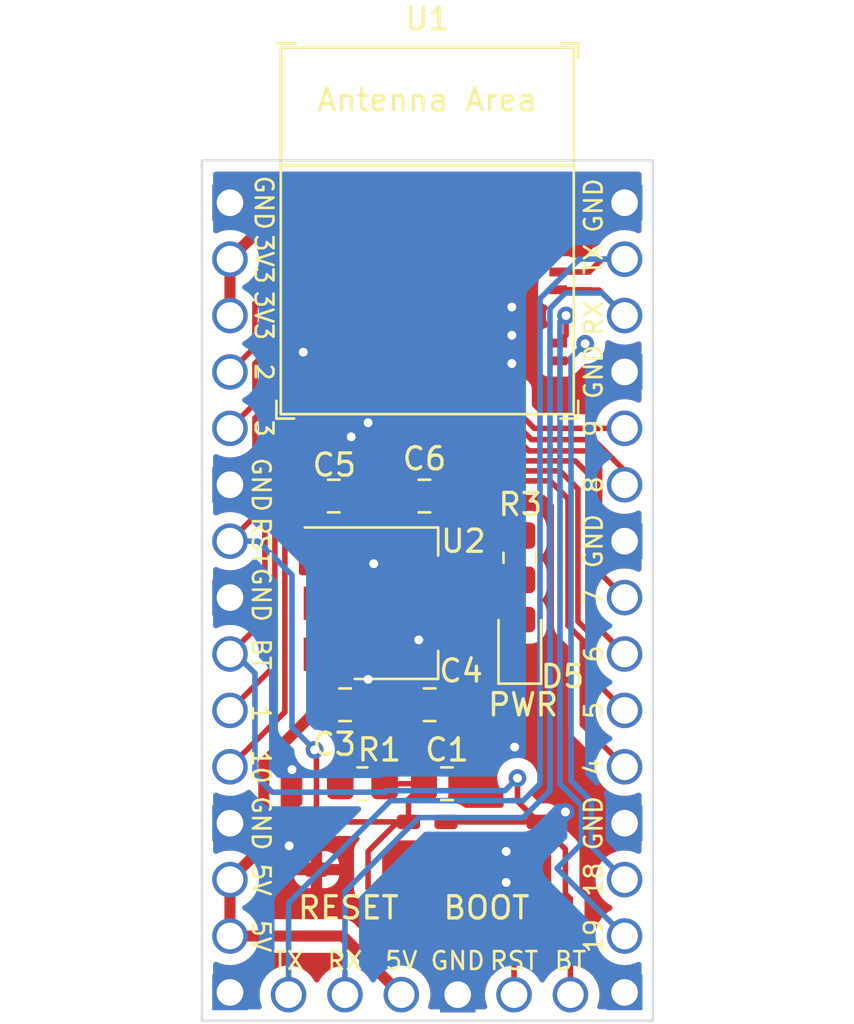
<source format=kicad_pcb>
(kicad_pcb (version 20211014) (generator pcbnew)
  (layers (0 "F.Cu" signal) (31 "B.Cu" signal) (34 "B.Paste" user) (35 "F.Paste" user) (36 "B.SilkS" user "B.Silkscreen") (37 "F.SilkS" user "F.Silkscreen") (38 "B.Mask" user) (39 "F.Mask" user) (44 "Edge.Cuts" user))
  (net 0 "")
  (net 1 "CHIP_PU")
  (net 2 "GND")
  (net 3 "+5V")
  (net 4 "+3V3")
  (net 5 "Net-(D5-Pad2)")
  (net 6 "GPIO2")
  (net 7 "GPIO3")
  (net 8 "GPIO0")
  (net 9 "GPIO1")
  (net 10 "GPIO10")
  (net 11 "U0TXD")
  (net 12 "U0RXD")
  (net 13 "GPIO9")
  (net 14 "GPIO8")
  (net 15 "GPIO7")
  (net 16 "GPIO6")
  (net 17 "GPIO5")
  (net 18 "GPIO4")
  (net 19 "GPIO18")
  (net 20 "GPIO19")
  (footprint "Resistor_SMD:R_0805_2012Metric_Pad1.20x1.40mm_HandSolder" (layer "F.Cu") (at 96.139 112.522 180)
    (fp_text reference "R1" (at -0.762 1.524) (layer "F.SilkS"))
    (fp_text value "10k")
    (fp_line (start -0.227064 -0.735) (end 0.227064 -0.735) (layer "F.SilkS") (width 0.12))
    (fp_line (start -0.227064 0.735) (end 0.227064 0.735) (layer "F.SilkS") (width 0.12))
    (pad "1" smd roundrect (at -1 0 180) (size 1.2 1.4) (layers "F.Cu" "F.Paste" "F.Mask") (roundrect_rratio 0.208333) (net 1 "CHIP_PU"))
    (pad "2" smd roundrect (at 1 0 180) (size 1.2 1.4) (layers "F.Cu" "F.Paste" "F.Mask") (roundrect_rratio 0.208333) (net 4 "+3V3"))
  )
  (footprint "Capacitor_SMD:C_0805_2012Metric_Pad1.18x1.45mm_HandSolder" (layer "F.Cu") (at 94.8475 99.568 180)
    (fp_text reference "C5" (at -0.0215 1.397) (layer "F.SilkS"))
    (fp_text value "10u")
    (fp_line (start -0.261252 -0.735) (end 0.261252 -0.735) (layer "F.SilkS") (width 0.12))
    (fp_line (start -0.261252 0.735) (end 0.261252 0.735) (layer "F.SilkS") (width 0.12))
    (pad "1" smd roundrect (at -1.0375 0 180) (size 1.175 1.45) (layers "F.Cu" "F.Paste" "F.Mask") (roundrect_rratio 0.212766) (net 4 "+3V3"))
    (pad "2" smd roundrect (at 1.0375 0 180) (size 1.175 1.45) (layers "F.Cu" "F.Paste" "F.Mask") (roundrect_rratio 0.212766) (net 2 "GND"))
  )
  (footprint "Capacitor_SMD:C_0805_2012Metric_Pad1.18x1.45mm_HandSolder" (layer "F.Cu") (at 99.1655 108.966)
    (fp_text reference "C4" (at 1.4185 -1.524) (layer "F.SilkS"))
    (fp_text value "100n")
    (fp_line (start -0.261252 0.735) (end 0.261252 0.735) (layer "F.SilkS") (width 0.12))
    (fp_line (start -0.261252 -0.735) (end 0.261252 -0.735) (layer "F.SilkS") (width 0.12))
    (pad "1" smd roundrect (at -1.0375 0) (size 1.175 1.45) (layers "F.Cu" "F.Paste" "F.Mask") (roundrect_rratio 0.212766) (net 3 "+5V"))
    (pad "2" smd roundrect (at 1.0375 0) (size 1.175 1.45) (layers "F.Cu" "F.Paste" "F.Mask") (roundrect_rratio 0.212766) (net 2 "GND"))
  )
  (footprint "esp32-dev-boards:ESP32-C3-MINI-1" (layer "F.Cu") (at 99.06 90.28)
    (fp_text reference "U1" (at 0 -12.2) (layer "F.SilkS"))
    (fp_text value "ESP32-C3-MINI-1")
    (fp_text user "Antenna Area" (at 0 -8.55) (layer "F.SilkS"))
    (fp_line (start -6.6 -10.9) (end 6.6 -10.9) (layer "F.SilkS") (width 0.12))
    (fp_line (start 6.8 5) (end 6.8 5.8) (layer "F.SilkS") (width 0.12))
    (fp_line (start -6.8 5.8) (end -6 5.8) (layer "F.SilkS") (width 0.12))
    (fp_line (start -6.8 5) (end -6.8 5.8) (layer "F.SilkS") (width 0.12))
    (fp_line (start 6.6 5.6) (end -6.6 5.6) (layer "F.SilkS") (width 0.12))
    (fp_line (start 6.8 -11.1) (end 6.8 -10.45) (layer "F.SilkS") (width 0.12))
    (fp_line (start -5.925 -11.1) (end -6.775 -11.1) (layer "F.SilkS") (width 0.12))
    (fp_line (start 6.05 -11.1) (end 6.8 -11.1) (layer "F.SilkS") (width 0.12))
    (fp_line (start -6.6 5.6) (end -6.6 -10.9) (layer "F.SilkS") (width 0.12))
    (fp_line (start 6.8 5.8) (end 6 5.8) (layer "F.SilkS") (width 0.12))
    (fp_line (start 6.6 -10.9) (end 6.6 5.6) (layer "F.SilkS") (width 0.12))
    (fp_line (start -6.6 -5.6) (end 6.6 -5.6) (layer "F.SilkS") (width 0.12))
    (pad "1" smd rect (at -5.9 -4 90) (size 0.4 0.8) (layers "F.Cu" "F.Paste" "F.Mask") (net 2 "GND"))
    (pad "2" smd rect (at -5.9 -3.2 90) (size 0.4 0.8) (layers "F.Cu" "F.Paste" "F.Mask") (net 2 "GND"))
    (pad "3" smd rect (at -5.9 -2.4 90) (size 0.4 0.8) (layers "F.Cu" "F.Paste" "F.Mask") (net 4 "+3V3"))
    (pad "5" smd rect (at -5.9 -0.8 90) (size 0.4 0.8) (layers "F.Cu" "F.Paste" "F.Mask") (net 6 "GPIO2"))
    (pad "6" smd rect (at -5.9 0 90) (size 0.4 0.8) (layers "F.Cu" "F.Paste" "F.Mask") (net 7 "GPIO3"))
    (pad "8" smd rect (at -5.9 1.6 90) (size 0.4 0.8) (layers "F.Cu" "F.Paste" "F.Mask") (net 1 "CHIP_PU"))
    (pad "11" smd rect (at -5.9 4 90) (size 0.4 0.8) (layers "F.Cu" "F.Paste" "F.Mask") (net 2 "GND"))
    (pad "12" smd rect (at -4.8 4.9) (size 0.4 0.8) (layers "F.Cu" "F.Paste" "F.Mask") (net 8 "GPIO0"))
    (pad "13" smd rect (at -4 4.9) (size 0.4 0.8) (layers "F.Cu" "F.Paste" "F.Mask") (net 9 "GPIO1"))
    (pad "14" smd rect (at -3.2 4.9) (size 0.4 0.8) (layers "F.Cu" "F.Paste" "F.Mask") (net 2 "GND"))
    (pad "16" smd rect (at -1.6 4.9) (size 0.4 0.8) (layers "F.Cu" "F.Paste" "F.Mask") (net 10 "GPIO10"))
    (pad "18" smd rect (at 0 4.9) (size 0.4 0.8) (layers "F.Cu" "F.Paste" "F.Mask") (net 18 "GPIO4"))
    (pad "19" smd rect (at 0.8 4.9) (size 0.4 0.8) (layers "F.Cu" "F.Paste" "F.Mask") (net 17 "GPIO5"))
    (pad "20" smd rect (at 1.6 4.9) (size 0.4 0.8) (layers "F.Cu" "F.Paste" "F.Mask") (net 16 "GPIO6"))
    (pad "21" smd rect (at 2.4 4.9) (size 0.4 0.8) (layers "F.Cu" "F.Paste" "F.Mask") (net 15 "GPIO7"))
    (pad "22" smd rect (at 3.2 4.9) (size 0.4 0.8) (layers "F.Cu" "F.Paste" "F.Mask") (net 14 "GPIO8"))
    (pad "23" smd rect (at 4 4.9) (size 0.4 0.8) (layers "F.Cu" "F.Paste" "F.Mask") (net 13 "GPIO9"))
    (pad "26" smd rect (at 5.9 3.2 90) (size 0.4 0.8) (layers "F.Cu" "F.Paste" "F.Mask") (net 19 "GPIO18"))
    (pad "27" smd rect (at 5.9 2.4 90) (size 0.4 0.8) (layers "F.Cu" "F.Paste" "F.Mask") (net 20 "GPIO19"))
    (pad "30" smd rect (at 5.9 0 90) (size 0.4 0.8) (layers "F.Cu" "F.Paste" "F.Mask") (net 12 "U0RXD"))
    (pad "31" smd rect (at 5.9 -0.8 90) (size 0.4 0.8) (layers "F.Cu" "F.Paste" "F.Mask") (net 11 "U0TXD"))
    (pad "36" smd rect (at 1.975 -1.975 90) (size 1.45 1.45) (layers "F.Cu" "F.Paste" "F.Mask") (net 2 "GND"))
    (pad "36" smd custom (at -1.975 -1.975) (size 0.8 0.8) (layers "F.Cu" "F.Paste" "F.Mask") (net 2 "GND") (options (clearance outline) (anchor rect)) (primitives (gr_poly (pts (xy 0.725 0.725) (xy -0.725 0.725) (xy -0.725 -0.125) (xy -0.125 -0.725) (xy 0.725 -0.725)) (width 0) (fill yes))))
    (pad "36" smd rect (at 0 -1.975 90) (size 1.45 1.45) (layers "F.Cu" "F.Paste" "F.Mask") (net 2 "GND"))
    (pad "36" smd rect (at 5.95 4.95 90) (size 0.7 0.7) (layers "F.Cu" "F.Paste" "F.Mask") (net 2 "GND"))
    (pad "36" smd rect (at 0.8 -4.9) (size 0.4 0.8) (layers "F.Cu" "F.Paste" "F.Mask") (net 2 "GND"))
    (pad "36" smd rect (at 1.975 0 90) (size 1.45 1.45) (layers "F.Cu" "F.Paste" "F.Mask") (net 2 "GND"))
    (pad "36" smd rect (at 1.6 -4.9) (size 0.4 0.8) (layers "F.Cu" "F.Paste" "F.Mask") (net 2 "GND"))
    (pad "36" smd rect (at -5.95 4.95 90) (size 0.7 0.7) (layers "F.Cu" "F.Paste" "F.Mask") (net 2 "GND"))
    (pad "36" smd rect (at 0 -4.9) (size 0.4 0.8) (layers "F.Cu" "F.Paste" "F.Mask") (net 2 "GND"))
    (pad "36" smd rect (at -2.4 -4.9) (size 0.4 0.8) (layers "F.Cu" "F.Paste" "F.Mask") (net 2 "GND"))
    (pad "36" smd rect (at 0 0 90) (size 1.45 1.45) (layers "F.Cu" "F.Paste" "F.Mask") (net 2 "GND"))
    (pad "36" smd rect (at 4.8 -4.9) (size 0.4 0.8) (layers "F.Cu" "F.Paste" "F.Mask") (net 2 "GND"))
    (pad "36" smd rect (at -0.8 -4.9) (size 0.4 0.8) (layers "F.Cu" "F.Paste" "F.Mask") (net 2 "GND"))
    (pad "36" smd rect (at -1.975 0 90) (size 1.45 1.45) (layers "F.Cu" "F.Paste" "F.Mask") (net 2 "GND"))
    (pad "36" smd rect (at 0 1.975 90) (size 1.45 1.45) (layers "F.Cu" "F.Paste" "F.Mask") (net 2 "GND"))
    (pad "36" smd rect (at 2.4 -4.9) (size 0.4 0.8) (layers "F.Cu" "F.Paste" "F.Mask") (net 2 "GND"))
    (pad "36" smd rect (at -1.6 -4.9) (size 0.4 0.8) (layers "F.Cu" "F.Paste" "F.Mask") (net 2 "GND"))
    (pad "36" smd rect (at 5.95 -4.95 90) (size 0.7 0.7) (layers "F.Cu" "F.Paste" "F.Mask") (net 2 "GND"))
    (pad "36" smd rect (at -1.975 1.975 90) (size 1.45 1.45) (layers "F.Cu" "F.Paste" "F.Mask") (net 2 "GND"))
    (pad "36" smd rect (at -4.8 -4.9) (size 0.4 0.8) (layers "F.Cu" "F.Paste" "F.Mask") (net 2 "GND"))
    (pad "36" smd rect (at -5.95 -4.95 90) (size 0.7 0.7) (layers "F.Cu" "F.Paste" "F.Mask") (net 2 "GND"))
    (pad "36" smd rect (at 3.2 -4.9) (size 0.4 0.8) (layers "F.Cu" "F.Paste" "F.Mask") (net 2 "GND"))
    (pad "36" smd rect (at -3.2 -4.9) (size 0.4 0.8) (layers "F.Cu" "F.Paste" "F.Mask") (net 2 "GND"))
    (pad "36" smd rect (at 1.975 1.975 90) (size 1.45 1.45) (layers "F.Cu" "F.Paste" "F.Mask") (net 2 "GND"))
    (pad "36" smd rect (at 4 -4.9) (size 0.4 0.8) (layers "F.Cu" "F.Paste" "F.Mask") (net 2 "GND"))
    (pad "36" smd rect (at -4 -4.9) (size 0.4 0.8) (layers "F.Cu" "F.Paste" "F.Mask") (net 2 "GND"))
  )
  (footprint "Capacitor_SMD:C_0805_2012Metric_Pad1.18x1.45mm_HandSolder" (layer "F.Cu") (at 95.3555 108.966)
    (fp_text reference "C3" (at -0.4865 1.778) (layer "F.SilkS"))
    (fp_text value "10u")
    (fp_line (start -0.261252 0.735) (end 0.261252 0.735) (layer "F.SilkS") (width 0.12))
    (fp_line (start -0.261252 -0.735) (end 0.261252 -0.735) (layer "F.SilkS") (width 0.12))
    (pad "1" smd roundrect (at -1.0375 0) (size 1.175 1.45) (layers "F.Cu" "F.Paste" "F.Mask") (roundrect_rratio 0.212766) (net 3 "+5V"))
    (pad "2" smd roundrect (at 1.0375 0) (size 1.175 1.45) (layers "F.Cu" "F.Paste" "F.Mask") (roundrect_rratio 0.212766) (net 2 "GND"))
  )
  (footprint "Capacitor_SMD:C_0805_2012Metric_Pad1.18x1.45mm_HandSolder" (layer "F.Cu") (at 99.949 112.522)
    (fp_text reference "C1" (at 0 -1.524) (layer "F.SilkS"))
    (fp_text value "1u")
    (fp_line (start -0.261252 -0.735) (end 0.261252 -0.735) (layer "F.SilkS") (width 0.12))
    (fp_line (start -0.261252 0.735) (end 0.261252 0.735) (layer "F.SilkS") (width 0.12))
    (pad "1" smd roundrect (at -1.0375 0) (size 1.175 1.45) (layers "F.Cu" "F.Paste" "F.Mask") (roundrect_rratio 0.212766) (net 1 "CHIP_PU"))
    (pad "2" smd roundrect (at 1.0375 0) (size 1.175 1.45) (layers "F.Cu" "F.Paste" "F.Mask") (roundrect_rratio 0.212766) (net 2 "GND"))
  )
  (footprint "esp32-dev-boards:ESP32-C3-DEVKITM-J2" (layer "F.Cu") (at 106.68 85.09)
    (fp_text reference "J2")
    (fp_text value "ESP32-C3-DEVKITM-1-J2")
    (pad "1" thru_hole rect (at 1.27 1.27) (size 1.6 1.6) (drill 1.2) (layers *.Cu *.Mask) (net 2 "GND"))
    (pad "2" thru_hole circle (at 1.27 3.81) (size 1.6 1.6) (drill 1.2) (layers *.Cu *.Mask) (net 11 "U0TXD"))
    (pad "3" thru_hole circle (at 1.27 6.35) (size 1.6 1.6) (drill 1.2) (layers *.Cu *.Mask) (net 12 "U0RXD"))
    (pad "4" thru_hole rect (at 1.27 8.89) (size 1.6 1.6) (drill 1.2) (layers *.Cu *.Mask) (net 2 "GND"))
    (pad "5" thru_hole circle (at 1.27 11.43) (size 1.6 1.6) (drill 1.2) (layers *.Cu *.Mask) (net 13 "GPIO9"))
    (pad "6" thru_hole circle (at 1.27 13.97) (size 1.6 1.6) (drill 1.2) (layers *.Cu *.Mask) (net 14 "GPIO8"))
    (pad "7" thru_hole rect (at 1.27 16.51) (size 1.6 1.6) (drill 1.2) (layers *.Cu *.Mask) (net 2 "GND"))
    (pad "8" thru_hole circle (at 1.27 19.05) (size 1.6 1.6) (drill 1.2) (layers *.Cu *.Mask) (net 15 "GPIO7"))
    (pad "9" thru_hole circle (at 1.27 21.59) (size 1.6 1.6) (drill 1.2) (layers *.Cu *.Mask) (net 16 "GPIO6"))
    (pad "10" thru_hole circle (at 1.27 24.13) (size 1.6 1.6) (drill 1.2) (layers *.Cu *.Mask) (net 17 "GPIO5"))
    (pad "11" thru_hole circle (at 1.27 26.67) (size 1.6 1.6) (drill 1.2) (layers *.Cu *.Mask) (net 18 "GPIO4"))
    (pad "12" thru_hole rect (at 1.27 29.21) (size 1.6 1.6) (drill 1.2) (layers *.Cu *.Mask) (net 2 "GND"))
    (pad "13" thru_hole circle (at 1.27 31.75) (size 1.6 1.6) (drill 1.2) (layers *.Cu *.Mask) (net 19 "GPIO18"))
    (pad "14" thru_hole circle (at 1.27 34.29) (size 1.6 1.6) (drill 1.2) (layers *.Cu *.Mask) (net 20 "GPIO19"))
    (pad "15" thru_hole rect (at 1.27 36.83) (size 1.6 1.6) (drill 1.2) (layers *.Cu *.Mask) (net 2 "GND"))
  )
  (footprint "esp32-dev-boards:UART" (layer "F.Cu") (at 91.54 120.75)
    (fp_text reference "J3")
    (fp_text value "UART")
    (fp_text user "RST" (at 11.43 -0.254 unlocked) (layer "F.SilkS") (effects (font (size 0.8 0.8) (thickness 0.12))))
    (fp_text user "GND" (at 8.89 -0.254 unlocked) (layer "F.SilkS") (effects (font (size 0.8 0.8) (thickness 0.12))))
    (fp_text user "5V" (at 6.35 -0.254 unlocked) (layer "F.SilkS") (effects (font (size 0.8 0.8) (thickness 0.12))))
    (fp_text user "BT" (at 13.97 -0.254 unlocked) (layer "F.SilkS") (effects (font (size 0.8 0.8) (thickness 0.12))))
    (fp_text user "RX" (at 3.81 -0.254 unlocked) (layer "F.SilkS") (effects (font (size 0.8 0.8) (thickness 0.12))))
    (fp_text user "TX" (at 1.27 -0.254 unlocked) (layer "F.SilkS") (effects (font (size 0.8 0.8) (thickness 0.12))))
    (pad "1" thru_hole circle (at 1.27 1.27 90) (size 1.6 1.6) (drill 1.2) (layers *.Cu *.Mask) (net 11 "U0TXD"))
    (pad "2" thru_hole circle (at 3.81 1.27 90) (size 1.6 1.6) (drill 1.2) (layers *.Cu *.Mask) (net 12 "U0RXD"))
    (pad "3" thru_hole circle (at 6.35 1.27 90) (size 1.6 1.6) (drill 1.2) (layers *.Cu *.Mask) (net 3 "+5V"))
    (pad "4" thru_hole rect (at 8.89 1.27 90) (size 1.6 1.6) (drill 1.2) (layers *.Cu *.Mask) (net 2 "GND"))
    (pad "5" thru_hole circle (at 11.43 1.27 90) (size 1.6 1.6) (drill 1.2) (layers *.Cu *.Mask) (net 1 "CHIP_PU"))
    (pad "6" thru_hole circle (at 13.97 1.27 90) (size 1.6 1.6) (drill 1.2) (layers *.Cu *.Mask) (net 8 "GPIO0"))
  )
  (footprint "esp32-dev-boards:SKRPABE010" (layer "F.Cu") (at 96.139 115.316 180)
    (fp_text reference "SW2")
    (fp_text value "RESET" (at 0.635 -2.794 unlocked) (layer "F.SilkS"))
    (pad "1" smd roundrect (at 2.075 -1.075 180) (size 1.05 0.65) (layers "F.Cu" "F.Paste" "F.Mask") (net 2 "GND"))
    (pad "1" smd roundrect (at -2.075 -1.075 180) (size 1.05 0.65) (layers "F.Cu" "F.Paste" "F.Mask") (net 2 "GND"))
    (pad "2" smd roundrect (at -2.075 1.075 180) (size 1.05 0.65) (layers "F.Cu" "F.Paste" "F.Mask") (net 1 "CHIP_PU"))
    (pad "2" smd roundrect (at 2.075 1.075 180) (size 1.05 0.65) (layers "F.Cu" "F.Paste" "F.Mask") (net 1 "CHIP_PU"))
  )
  (footprint "Resistor_SMD:R_0805_2012Metric_Pad1.20x1.40mm_HandSolder" (layer "F.Cu") (at 103.2295 102.346 90)
    (fp_text reference "R3" (at 2.397 0.0215 180) (layer "F.SilkS"))
    (fp_text value "5.1k")
    (fp_line (start -0.227064 0.735) (end 0.227064 0.735) (layer "F.SilkS") (width 0.12))
    (fp_line (start -0.227064 -0.735) (end 0.227064 -0.735) (layer "F.SilkS") (width 0.12))
    (pad "1" smd roundrect (at -1 0 90) (size 1.2 1.4) (layers "F.Cu" "F.Paste" "F.Mask") (roundrect_rratio 0.208333) (net 5 "Net-(D5-Pad2)"))
    (pad "2" smd roundrect (at 1 0 90) (size 1.2 1.4) (layers "F.Cu" "F.Paste" "F.Mask") (roundrect_rratio 0.208333) (net 4 "+3V3"))
  )
  (footprint "LED_SMD:LED_0805_2012Metric_Pad1.15x1.40mm_HandSolder" (layer "F.Cu") (at 103.2295 106.156 90)
    (fp_text reference "D5" (at -1.54 1.9265 180) (layer "F.SilkS"))
    (fp_text value "PWR" (at -2.81 0.1485 180) (layer "F.SilkS"))
    (fp_line (start 1 -0.96) (end -1.86 -0.96) (layer "F.SilkS") (width 0.12))
    (fp_line (start -1.86 -0.96) (end -1.86 0.96) (layer "F.SilkS") (width 0.12))
    (fp_line (start -1.86 0.96) (end 1 0.96) (layer "F.SilkS") (width 0.12))
    (pad "1" smd roundrect (at -1.025 0 90) (size 1.15 1.4) (layers "F.Cu" "F.Paste" "F.Mask") (roundrect_rratio 0.217391) (net 2 "GND"))
    (pad "2" smd roundrect (at 1.025 0 90) (size 1.15 1.4) (layers "F.Cu" "F.Paste" "F.Mask") (roundrect_rratio 0.217391) (net 5 "Net-(D5-Pad2)"))
  )
  (footprint "esp32-dev-boards:SKRPABE010" (layer "F.Cu") (at 101.981 115.316 180)
    (fp_text reference "SW1")
    (fp_text value "BOOT" (at 0.254 -2.794 unlocked) (layer "F.SilkS"))
    (pad "1" smd roundrect (at -2.075 -1.075 180) (size 1.05 0.65) (layers "F.Cu" "F.Paste" "F.Mask") (net 2 "GND"))
    (pad "1" smd roundrect (at 2.075 -1.075 180) (size 1.05 0.65) (layers "F.Cu" "F.Paste" "F.Mask") (net 2 "GND"))
    (pad "2" smd roundrect (at -2.075 1.075 180) (size 1.05 0.65) (layers "F.Cu" "F.Paste" "F.Mask") (net 8 "GPIO0"))
    (pad "2" smd roundrect (at 2.075 1.075 180) (size 1.05 0.65) (layers "F.Cu" "F.Paste" "F.Mask") (net 8 "GPIO0"))
  )
  (footprint "esp32-dev-boards:ESP32-C3-DEVKITM-J1" (layer "F.Cu") (at 88.9 85.09)
    (fp_text reference "J1")
    (fp_text value "ESP32-C3-DEVKITM-1-J1")
    (pad "1" thru_hole rect (at 1.27 1.27) (size 1.6 1.6) (drill 1.2) (layers *.Cu *.Mask) (net 2 "GND"))
    (pad "2" thru_hole circle (at 1.27 3.81) (size 1.6 1.6) (drill 1.2) (layers *.Cu *.Mask) (net 4 "+3V3"))
    (pad "3" thru_hole circle (at 1.27 6.35) (size 1.6 1.6) (drill 1.2) (layers *.Cu *.Mask) (net 4 "+3V3"))
    (pad "4" thru_hole circle (at 1.27 8.89) (size 1.6 1.6) (drill 1.2) (layers *.Cu *.Mask) (net 6 "GPIO2"))
    (pad "5" thru_hole circle (at 1.27 11.43) (size 1.6 1.6) (drill 1.2) (layers *.Cu *.Mask) (net 7 "GPIO3"))
    (pad "6" thru_hole rect (at 1.27 13.97) (size 1.6 1.6) (drill 1.2) (layers *.Cu *.Mask) (net 2 "GND"))
    (pad "7" thru_hole circle (at 1.27 16.51) (size 1.6 1.6) (drill 1.2) (layers *.Cu *.Mask) (net 1 "CHIP_PU"))
    (pad "8" thru_hole rect (at 1.27 19.05) (size 1.6 1.6) (drill 1.2) (layers *.Cu *.Mask) (net 2 "GND"))
    (pad "9" thru_hole circle (at 1.27 21.59) (size 1.6 1.6) (drill 1.2) (layers *.Cu *.Mask) (net 8 "GPIO0"))
    (pad "10" thru_hole circle (at 1.27 24.13) (size 1.6 1.6) (drill 1.2) (layers *.Cu *.Mask) (net 9 "GPIO1"))
    (pad "11" thru_hole circle (at 1.27 26.67) (size 1.6 1.6) (drill 1.2) (layers *.Cu *.Mask) (net 10 "GPIO10"))
    (pad "12" thru_hole rect (at 1.27 29.21) (size 1.6 1.6) (drill 1.2) (layers *.Cu *.Mask) (net 2 "GND"))
    (pad "13" thru_hole circle (at 1.27 31.75) (size 1.6 1.6) (drill 1.2) (layers *.Cu *.Mask) (net 3 "+5V"))
    (pad "14" thru_hole circle (at 1.27 34.29) (size 1.6 1.6) (drill 1.2) (layers *.Cu *.Mask) (net 3 "+5V"))
    (pad "15" thru_hole rect (at 1.27 36.83) (size 1.6 1.6) (drill 1.2) (layers *.Cu *.Mask) (net 2 "GND"))
  )
  (footprint "Package_TO_SOT_SMD:SOT-223-3_TabPin2" (layer "F.Cu") (at 97.6415 104.394)
    (fp_text reference "U2" (at 3.048 -2.794) (layer "F.SilkS"))
    (fp_text value "AMS1117-3.3")
    (fp_line (start -4.1 -3.41) (end 1.91 -3.41) (layer "F.SilkS") (width 0.12))
    (fp_line (start -1.85 3.41) (end 1.91 3.41) (layer "F.SilkS") (width 0.12))
    (fp_line (start 1.91 -3.41) (end 1.91 -2.15) (layer "F.SilkS") (width 0.12))
    (fp_line (start 1.91 3.41) (end 1.91 2.15) (layer "F.SilkS") (width 0.12))
    (pad "1" smd rect (at -3.15 -2.3) (size 2 1.5) (layers "F.Cu" "F.Paste" "F.Mask") (net 2 "GND"))
    (pad "2" smd rect (at -3.15 0) (size 2 1.5) (layers "F.Cu" "F.Paste" "F.Mask") (net 4 "+3V3"))
    (pad "2" smd rect (at 3.15 0) (size 2 3.8) (layers "F.Cu" "F.Paste" "F.Mask") (net 4 "+3V3"))
    (pad "3" smd rect (at -3.15 2.3) (size 2 1.5) (layers "F.Cu" "F.Paste" "F.Mask") (net 3 "+5V"))
  )
  (footprint "Capacitor_SMD:C_0805_2012Metric_Pad1.18x1.45mm_HandSolder" (layer "F.Cu") (at 98.933 99.568)
    (fp_text reference "C6" (at 0 -1.68) (layer "F.SilkS"))
    (fp_text value "100n")
    (fp_line (start -0.261252 -0.735) (end 0.261252 -0.735) (layer "F.SilkS") (width 0.12))
    (fp_line (start -0.261252 0.735) (end 0.261252 0.735) (layer "F.SilkS") (width 0.12))
    (pad "1" smd roundrect (at -1.0375 0) (size 1.175 1.45) (layers "F.Cu" "F.Paste" "F.Mask") (roundrect_rratio 0.212766) (net 4 "+3V3"))
    (pad "2" smd roundrect (at 1.0375 0) (size 1.175 1.45) (layers "F.Cu" "F.Paste" "F.Mask") (roundrect_rratio 0.212766) (net 2 "GND"))
  )
  (gr_rect (start 88.9 84.455) (end 109.22 123.19) (layer "Edge.Cuts") (width 0.1) (fill none))
  (gr_text "GND" (at 106.553 86.487 90) (layer "F.SilkS") (effects (font (size 0.8 0.8) (thickness 0.12))))
  (gr_text "4" (at 106.553 111.76 90) (layer "F.SilkS") (effects (font (size 0.8 0.8) (thickness 0.12))))
  (gr_text "3V3" (at 91.694 88.9 270) (layer "F.SilkS") (effects (font (size 0.8 0.8) (thickness 0.12))))
  (gr_text "GND" (at 91.567 114.3 270) (layer "F.SilkS") (effects (font (size 0.8 0.8) (thickness 0.12))))
  (gr_text "18" (at 106.553 116.84 90) (layer "F.SilkS") (effects (font (size 0.8 0.8) (thickness 0.12))))
  (gr_text "GND" (at 106.553 101.6 90) (layer "F.SilkS") (effects (font (size 0.8 0.8) (thickness 0.12))))
  (gr_text "RX" (at 106.553 91.567 90) (layer "F.SilkS") (effects (font (size 0.8 0.8) (thickness 0.12))))
  (gr_text "8" (at 106.553 99.06 90) (layer "F.SilkS") (effects (font (size 0.8 0.8) (thickness 0.12))))
  (gr_text "RST" (at 91.567 101.6 270) (layer "F.SilkS") (effects (font (size 0.8 0.8) (thickness 0.12))))
  (gr_text "GND" (at 106.553 93.98 90) (layer "F.SilkS") (effects (font (size 0.8 0.8) (thickness 0.12))))
  (gr_text "5V\n" (at 91.567 116.84 270) (layer "F.SilkS") (effects (font (size 0.8 0.8) (thickness 0.12))))
  (gr_text "1" (at 91.567 109.347 270) (layer "F.SilkS") (effects (font (size 0.8 0.8) (thickness 0.12))))
  (gr_text "19" (at 106.553 119.38 90) (layer "F.SilkS") (effects (font (size 0.8 0.8) (thickness 0.12))))
  (gr_text "5V\n" (at 91.567 119.38 270) (layer "F.SilkS") (effects (font (size 0.8 0.8) (thickness 0.12))))
  (gr_text "3V3" (at 91.694 91.44 270) (layer "F.SilkS") (effects (font (size 0.8 0.8) (thickness 0.12))))
  (gr_text "TX" (at 106.553 88.9 90) (layer "F.SilkS") (effects (font (size 0.8 0.8) (thickness 0.12))))
  (gr_text "GND" (at 91.567 104.013 270) (layer "F.SilkS") (effects (font (size 0.8 0.8) (thickness 0.12))))
  (gr_text "2" (at 91.694 93.98 270) (layer "F.SilkS") (effects (font (size 0.8 0.8) (thickness 0.12))))
  (gr_text "GND" (at 91.694 86.36 270) (layer "F.SilkS") (effects (font (size 0.8 0.8) (thickness 0.12))))
  (gr_text "BT" (at 91.567 106.68 270) (layer "F.SilkS") (effects (font (size 0.8 0.8) (thickness 0.12))))
  (gr_text "9" (at 106.553 96.52 90) (layer "F.SilkS") (effects (font (size 0.8 0.8) (thickness 0.12))))
  (gr_text "10" (at 91.567 111.76 270) (layer "F.SilkS") (effects (font (size 0.8 0.8) (thickness 0.12))))
  (gr_text "GND" (at 106.553 114.3 90) (layer "F.SilkS") (effects (font (size 0.8 0.8) (thickness 0.12))))
  (gr_text "5" (at 106.553 109.22 90) (layer "F.SilkS") (effects (font (size 0.8 0.8) (thickness 0.12))))
  (gr_text "3" (at 91.694 96.52 270) (layer "F.SilkS") (effects (font (size 0.8 0.8) (thickness 0.12))))
  (gr_text "GND" (at 91.567 99.06 270) (layer "F.SilkS") (effects (font (size 0.8 0.8) (thickness 0.12))))
  (gr_text "6" (at 106.553 106.68 90) (layer "F.SilkS") (effects (font (size 0.8 0.8) (thickness 0.12))))
  (gr_text "7" (at 106.553 104.14 90) (layer "F.SilkS") (effects (font (size 0.8 0.8) (thickness 0.12))))
  (segment (start 97.139 112.522) (end 98.9115 112.522) (width 0.25) (layer "F.Cu") (net 1))
  (segment (start 92.193551 95.155171) (end 92.193551 92.196449) (width 0.25) (layer "F.Cu") (net 1))
  (segment (start 97.722 114.241) (end 98.214 114.241) (width 0.25) (layer "F.Cu") (net 1))
  (segment (start 96.393 117.221) (end 96.393 115.57) (width 0.25) (layer "F.Cu") (net 1))
  (segment (start 92.51 91.88) (end 93.16 91.88) (width 0.25) (layer "F.Cu") (net 1))
  (segment (start 98.214 113.2195) (end 98.9115 112.522) (width 0.25) (layer "F.Cu") (net 1))
  (segment (start 91.294511 100.475489) (end 91.294511 96.054211) (width 0.25) (layer "F.Cu") (net 1))
  (segment (start 94.064 114.241) (end 94.064 111.082) (width 0.25) (layer "F.Cu") (net 1))
  (segment (start 94.064 114.241) (end 98.214 114.241) (width 0.25) (layer "F.Cu") (net 1))
  (segment (start 91.294511 96.054211) (end 92.193551 95.155171) (width 0.25) (layer "F.Cu") (net 1))
  (segment (start 102.97 122.02) (end 102.97 119.734) (width 0.25) (layer "F.Cu") (net 1))
  (segment (start 97.155 117.983) (end 96.393 117.221) (width 0.25) (layer "F.Cu") (net 1))
  (segment (start 92.193551 92.196449) (end 92.51 91.88) (width 0.25) (layer "F.Cu") (net 1))
  (segment (start 96.393 115.57) (end 97.722 114.241) (width 0.25) (layer "F.Cu") (net 1))
  (segment (start 102.97 119.734) (end 101.219 117.983) (width 0.25) (layer "F.Cu") (net 1))
  (segment (start 90.17 101.6) (end 91.294511 100.475489) (width 0.25) (layer "F.Cu") (net 1))
  (segment (start 101.219 117.983) (end 97.155 117.983) (width 0.25) (layer "F.Cu") (net 1))
  (segment (start 94.064 111.082) (end 93.98 110.998) (width 0.25) (layer "F.Cu") (net 1))
  (segment (start 98.214 114.241) (end 98.214 113.2195) (width 0.25) (layer "F.Cu") (net 1))
  (via (at 93.98 110.998) (size 0.8) (drill 0.4) (layers "F.Cu" "B.Cu") (net 1))
  (segment (start 91.44 101.6) (end 90.17 101.6) (width 0.25) (layer "B.Cu") (net 1))
  (segment (start 92.964 109.982) (end 92.964 103.124) (width 0.25) (layer "B.Cu") (net 1))
  (segment (start 93.98 110.998) (end 92.964 109.982) (width 0.25) (layer "B.Cu") (net 1))
  (segment (start 92.964 103.124) (end 91.44 101.6) (width 0.25) (layer "B.Cu") (net 1))
  (via (at 102.87 91.059) (size 0.8) (drill 0.4) (layers "F.Cu" "B.Cu") (net 2))
  (via (at 96.647 102.616) (size 0.8) (drill 0.4) (layers "F.Cu" "B.Cu") (net 2))
  (via (at 102.87 93.599) (size 0.8) (drill 0.4) (layers "F.Cu" "B.Cu") (net 2))
  (via (at 102.87 92.329) (size 0.8) (drill 0.4) (layers "F.Cu" "B.Cu") (net 2))
  (via (at 95.631 96.901) (size 0.8) (drill 0.4) (layers "F.Cu" "B.Cu") (net 2))
  (via (at 96.393 107.823) (size 0.8) (drill 0.4) (layers "F.Cu" "B.Cu") (net 2))
  (via (at 92.837 115.316) (size 0.8) (drill 0.4) (layers "F.Cu" "B.Cu") (net 2))
  (via (at 98.679 106.045) (size 0.8) (drill 0.4) (layers "F.Cu" "B.Cu") (net 2))
  (via (at 92.964 111.887) (size 0.8) (drill 0.4) (layers "F.Cu" "B.Cu") (net 2))
  (via (at 93.472 93.091) (size 0.8) (drill 0.4) (layers "F.Cu" "B.Cu") (net 2))
  (via (at 102.616 116.967) (size 0.8) (drill 0.4) (layers "F.Cu" "B.Cu") (net 2))
  (via (at 96.393 96.266) (size 0.8) (drill 0.4) (layers "F.Cu" "B.Cu") (net 2))
  (via (at 102.997 110.871) (size 0.8) (drill 0.4) (layers "F.Cu" "B.Cu") (net 2))
  (via (at 102.616 115.57) (size 0.8) (drill 0.4) (layers "F.Cu" "B.Cu") (net 2))
  (via (at 105.283 113.792) (size 0.8) (drill 0.4) (layers "F.Cu" "B.Cu") (net 2))
  (segment (start 90.17 119.38) (end 90.17 116.84) (width 0.5) (layer "F.Cu") (net 3))
  (segment (start 90.17 119.38) (end 95.25 119.38) (width 0.5) (layer "F.Cu") (net 3))
  (segment (start 94.318 108.966) (end 94.318 106.8675) (width 0.5) (layer "F.Cu") (net 3))
  (segment (start 91.694 115.316) (end 91.694 111.59) (width 0.5) (layer "F.Cu") (net 3))
  (segment (start 91.694 111.59) (end 94.318 108.966) (width 0.5) (layer "F.Cu") (net 3))
  (segment (start 95.25 119.38) (end 97.89 122.02) (width 0.5) (layer "F.Cu") (net 3))
  (segment (start 94.318 106.8675) (end 94.4915 106.694) (width 0.5) (layer "F.Cu") (net 3))
  (segment (start 98.128 108.966) (end 98.128 107.78) (width 0.5) (layer "F.Cu") (net 3))
  (segment (start 90.17 116.84) (end 91.694 115.316) (width 0.5) (layer "F.Cu") (net 3))
  (segment (start 97.042 106.694) (end 94.4915 106.694) (width 0.5) (layer "F.Cu") (net 3))
  (segment (start 98.128 107.78) (end 97.042 106.694) (width 0.5) (layer "F.Cu") (net 3))
  (segment (start 98.298 94.107) (end 98.298 99.1655) (width 0.5) (layer "F.Cu") (net 4))
  (segment (start 95.885 99.568) (end 97.8955 99.568) (width 0.5) (layer "F.Cu") (net 4))
  (segment (start 97.8955 101.498) (end 100.7915 104.394) (width 0.5) (layer "F.Cu") (net 4))
  (segment (start 97.917 93.726) (end 98.298 94.107) (width 0.5) (layer "F.Cu") (net 4))
  (segment (start 100.7915 107.2685) (end 100.7915 104.394) (width 0.5) (layer "F.Cu") (net 4))
  (segment (start 98.298 99.1655) (end 97.8955 99.568) (width 0.5) (layer "F.Cu") (net 4))
  (segment (start 90.17 91.44) (end 90.17 88.9) (width 0.5) (layer "F.Cu") (net 4))
  (segment (start 101.092 110.744) (end 101.981 109.855) (width 0.5) (layer "F.Cu") (net 4))
  (segment (start 95.885 110.744) (end 101.092 110.744) (width 0.5) (layer "F.Cu") (net 4))
  (segment (start 97.8955 99.568) (end 97.8955 101.498) (width 0.5) (layer "F.Cu") (net 4))
  (segment (start 101.981 101.346) (end 103.2295 101.346) (width 0.5) (layer "F.Cu") (net 4))
  (segment (start 95.139 111.49) (end 95.885 110.744) (width 0.5) (layer "F.Cu") (net 4))
  (segment (start 100.7915 104.394) (end 94.4915 104.394) (width 0.5) (layer "F.Cu") (net 4))
  (segment (start 93.16 87.88) (end 94.357 87.88) (width 0.5) (layer "F.Cu") (net 4))
  (segment (start 101.981 108.458) (end 100.7915 107.2685) (width 0.5) (layer "F.Cu") (net 4))
  (segment (start 94.357 87.88) (end 94.869 88.392) (width 0.5) (layer "F.Cu") (net 4))
  (segment (start 101.981 109.855) (end 101.981 108.458) (width 0.5) (layer "F.Cu") (net 4))
  (segment (start 100.7915 102.5355) (end 101.981 101.346) (width 0.5) (layer "F.Cu") (net 4))
  (segment (start 94.869 88.392) (end 94.869 93.218) (width 0.5) (layer "F.Cu") (net 4))
  (segment (start 100.7915 104.394) (end 100.7915 102.5355) (width 0.5) (layer "F.Cu") (net 4))
  (segment (start 95.377 93.726) (end 97.917 93.726) (width 0.5) (layer "F.Cu") (net 4))
  (segment (start 95.139 112.522) (end 95.139 111.49) (width 0.5) (layer "F.Cu") (net 4))
  (segment (start 93.16 87.88) (end 91.19 87.88) (width 0.5) (layer "F.Cu") (net 4))
  (segment (start 91.19 87.88) (end 90.17 88.9) (width 0.5) (layer "F.Cu") (net 4))
  (segment (start 94.869 93.218) (end 95.377 93.726) (width 0.5) (layer "F.Cu") (net 4))
  (segment (start 103.2295 105.131) (end 103.2295 103.346) (width 0.25) (layer "F.Cu") (net 5))
  (segment (start 93.16 89.48) (end 92.710978 89.48) (width 0.25) (layer "F.Cu") (net 6))
  (segment (start 92.710978 89.48) (end 91.294511 90.896467) (width 0.25) (layer "F.Cu") (net 6))
  (segment (start 91.294511 92.855489) (end 90.17 93.98) (width 0.25) (layer "F.Cu") (net 6))
  (segment (start 91.294511 90.896467) (end 91.294511 92.855489) (width 0.25) (layer "F.Cu") (net 6))
  (segment (start 91.744031 91.237569) (end 92.7016 90.28) (width 0.25) (layer "F.Cu") (net 7))
  (segment (start 91.294511 93.599) (end 91.744031 93.14948) (width 0.25) (layer "F.Cu") (net 7))
  (segment (start 92.7016 90.28) (end 93.16 90.28) (width 0.25) (layer "F.Cu") (net 7))
  (segment (start 91.294511 95.395489) (end 91.294511 93.599) (width 0.25) (layer "F.Cu") (net 7))
  (segment (start 90.17 96.52) (end 91.294511 95.395489) (width 0.25) (layer "F.Cu") (net 7))
  (segment (start 91.744031 93.14948) (end 91.744031 91.237569) (width 0.25) (layer "F.Cu") (net 7))
  (segment (start 105.51 117.702) (end 105.51 122.02) (width 0.25) (layer "F.Cu") (net 8))
  (segment (start 91.744031 105.105969) (end 91.744031 98.019369) (width 0.25) (layer "F.Cu") (net 8))
  (segment (start 103.124 113.309) (end 103.124 112.268) (width 0.25) (layer "F.Cu") (net 8))
  (segment (start 105.283 117.475) (end 105.51 117.702) (width 0.25) (layer "F.Cu") (net 8))
  (segment (start 94.26 95.5034) (end 94.26 95.18) (width 0.25) (layer "F.Cu") (net 8))
  (segment (start 99.906 114.241) (end 104.056 114.241) (width 0.25) (layer "F.Cu") (net 8))
  (segment (start 90.17 106.68) (end 91.744031 105.105969) (width 0.25) (layer "F.Cu") (net 8))
  (segment (start 105.283 115.468) (end 105.283 117.475) (width 0.25) (layer "F.Cu") (net 8))
  (segment (start 104.056 114.241) (end 103.124 113.309) (width 0.25) (layer "F.Cu") (net 8))
  (segment (start 91.744031 98.019369) (end 94.26 95.5034) (width 0.25) (layer "F.Cu") (net 8))
  (segment (start 104.056 114.241) (end 105.283 115.468) (width 0.25) (layer "F.Cu") (net 8))
  (via (at 103.124 112.268) (size 0.8) (drill 0.4) (layers "F.Cu" "B.Cu") (net 8))
  (segment (start 103.124 112.268) (end 102.55752 112.83448) (width 0.25) (layer "B.Cu") (net 8))
  (segment (start 97.222803 112.83448) (end 97.154283 112.903) (width 0.25) (layer "B.Cu") (net 8))
  (segment (start 91.294511 107.550511) (end 90.424 106.68) (width 0.25) (layer "B.Cu") (net 8))
  (segment (start 97.154283 112.903) (end 92.075 112.903) (width 0.25) (layer "B.Cu") (net 8))
  (segment (start 92.075 112.903) (end 91.294511 112.122511) (width 0.25) (layer "B.Cu") (net 8))
  (segment (start 90.424 106.68) (end 90.17 106.68) (width 0.25) (layer "B.Cu") (net 8))
  (segment (start 91.294511 112.122511) (end 91.294511 107.550511) (width 0.25) (layer "B.Cu") (net 8))
  (segment (start 102.55752 112.83448) (end 97.222803 112.83448) (width 0.25) (layer "B.Cu") (net 8))
  (segment (start 92.193551 98.495471) (end 95.06 95.629022) (width 0.25) (layer "F.Cu") (net 9))
  (segment (start 92.193551 107.196449) (end 92.193551 98.495471) (width 0.25) (layer "F.Cu") (net 9))
  (segment (start 90.17 109.22) (end 92.193551 107.196449) (width 0.25) (layer "F.Cu") (net 9))
  (segment (start 95.06 95.629022) (end 95.06 95.18) (width 0.25) (layer "F.Cu") (net 9))
  (segment (start 92.643071 98.681669) (end 93.28074 98.044) (width 0.25) (layer "F.Cu") (net 10))
  (segment (start 90.17 111.76) (end 92.643071 109.286929) (width 0.25) (layer "F.Cu") (net 10))
  (segment (start 97.46 96.85) (end 97.46 95.18) (width 0.25) (layer "F.Cu") (net 10))
  (segment (start 93.28074 98.044) (end 96.266 98.044) (width 0.25) (layer "F.Cu") (net 10))
  (segment (start 92.643071 109.286929) (end 92.643071 98.681669) (width 0.25) (layer "F.Cu") (net 10))
  (segment (start 96.266 98.044) (end 97.46 96.85) (width 0.25) (layer "F.Cu") (net 10))
  (segment (start 106.354 89.48) (end 104.96 89.48) (width 0.25) (layer "F.Cu") (net 11))
  (segment (start 106.934 88.9) (end 106.354 89.48) (width 0.25) (layer "F.Cu") (net 11))
  (segment (start 107.95 88.9) (end 106.934 88.9) (width 0.25) (layer "F.Cu") (net 11))
  (segment (start 105.918 88.9) (end 107.95 88.9) (width 0.25) (layer "B.Cu") (net 11))
  (segment (start 104.14 90.678) (end 105.918 88.9) (width 0.25) (layer "B.Cu") (net 11))
  (segment (start 92.81 117.883) (end 97.409 113.284) (width 0.25) (layer "B.Cu") (net 11))
  (segment (start 97.409 113.284) (end 103.378 113.284) (width 0.25) (layer "B.Cu") (net 11))
  (segment (start 103.378 113.284) (end 104.14 112.522) (width 0.25) (layer "B.Cu") (net 11))
  (segment (start 104.14 112.522) (end 104.14 90.678) (width 0.25) (layer "B.Cu") (net 11))
  (segment (start 92.81 122.02) (end 92.81 117.883) (width 0.25) (layer "B.Cu") (net 11))
  (segment (start 107.95 91.44) (end 106.807 90.297) (width 0.25) (layer "F.Cu") (net 12))
  (segment (start 106.409 90.28) (end 104.96 90.28) (width 0.25) (layer "F.Cu") (net 12))
  (segment (start 106.426 90.297) (end 106.409 90.28) (width 0.25) (layer "F.Cu") (net 12))
  (segment (start 106.807 90.297) (end 106.426 90.297) (width 0.25) (layer "F.Cu") (net 12))
  (segment (start 104.58952 91.11748) (end 104.58952 112.83448) (width 0.25) (layer "B.Cu") (net 12))
  (segment (start 104.58952 112.83448) (end 103.378 114.046) (width 0.25) (layer "B.Cu") (net 12))
  (segment (start 105.283 90.424) (end 104.58952 91.11748) (width 0.25) (layer "B.Cu") (net 12))
  (segment (start 98.679 114.046) (end 95.35 117.375) (width 0.25) (layer "B.Cu") (net 12))
  (segment (start 103.378 114.046) (end 98.679 114.046) (width 0.25) (layer "B.Cu") (net 12))
  (segment (start 95.35 117.375) (end 95.35 122.02) (width 0.25) (layer "B.Cu") (net 12))
  (segment (start 106.934 90.424) (end 105.283 90.424) (width 0.25) (layer "B.Cu") (net 12))
  (segment (start 107.95 91.44) (end 106.934 90.424) (width 0.25) (layer "B.Cu") (net 12))
  (segment (start 107.95 96.52) (end 103.886 96.52) (width 0.25) (layer "F.Cu") (net 13))
  (segment (start 103.886 96.52) (end 103.06 95.694) (width 0.25) (layer "F.Cu") (net 13))
  (segment (start 103.06 95.694) (end 103.06 95.18) (width 0.25) (layer "F.Cu") (net 13))
  (segment (start 102.26 95.529718) (end 103.758282 97.028) (width 0.25) (layer "F.Cu") (net 14))
  (segment (start 102.26 95.18) (end 102.26 95.529718) (width 0.25) (layer "F.Cu") (net 14))
  (segment (start 106.553 97.028) (end 107.95 98.425) (width 0.25) (layer "F.Cu") (net 14))
  (segment (start 103.758282 97.028) (end 106.553 97.028) (width 0.25) (layer "F.Cu") (net 14))
  (segment (start 107.95 98.425) (end 107.95 99.06) (width 0.25) (layer "F.Cu") (net 14))
  (segment (start 102.488282 96.393718) (end 103.630565 97.536) (width 0.25) (layer "F.Cu") (net 15))
  (segment (start 101.46 95.745) (end 102.108718 96.393718) (width 0.25) (layer "F.Cu") (net 15))
  (segment (start 102.108718 96.393718) (end 102.488282 96.393718) (width 0.25) (layer "F.Cu") (net 15))
  (segment (start 101.46 95.18) (end 101.46 95.745) (width 0.25) (layer "F.Cu") (net 15))
  (segment (start 106.299 97.536) (end 106.825489 98.062489) (width 0.25) (layer "F.Cu") (net 15))
  (segment (start 106.825489 98.062489) (end 106.825489 103.015489) (width 0.25) (layer "F.Cu") (net 15))
  (segment (start 106.825489 103.015489) (end 107.95 104.14) (width 0.25) (layer "F.Cu") (net 15))
  (segment (start 103.630565 97.536) (end 106.299 97.536) (width 0.25) (layer "F.Cu") (net 15))
  (segment (start 106.299 105.029) (end 106.299 98.552) (width 0.25) (layer "F.Cu") (net 16))
  (segment (start 103.444367 97.98552) (end 102.359846 96.901) (width 0.25) (layer "F.Cu") (net 16))
  (segment (start 105.73252 97.98552) (end 103.444367 97.98552) (width 0.25) (layer "F.Cu") (net 16))
  (segment (start 100.66 95.961) (end 100.66 95.18) (width 0.25) (layer "F.Cu") (net 16))
  (segment (start 107.95 106.68) (end 106.299 105.029) (width 0.25) (layer "F.Cu") (net 16))
  (segment (start 101.6 96.901) (end 100.66 95.961) (width 0.25) (layer "F.Cu") (net 16))
  (segment (start 102.359846 96.901) (end 101.6 96.901) (width 0.25) (layer "F.Cu") (net 16))
  (segment (start 106.299 98.552) (end 105.73252 97.98552) (width 0.25) (layer "F.Cu") (net 16))
  (segment (start 106.553 107.823) (end 106.553 105.918718) (width 0.25) (layer "F.Cu") (net 17))
  (segment (start 105.03904 98.43504) (end 103.25817 98.43504) (width 0.25) (layer "F.Cu") (net 17))
  (segment (start 102.23213 97.409) (end 101.092 97.409) (width 0.25) (layer "F.Cu") (net 17))
  (segment (start 107.95 109.22) (end 106.553 107.823) (width 0.25) (layer "F.Cu") (net 17))
  (segment (start 106.553 105.918718) (end 105.84948 105.215197) (width 0.25) (layer "F.Cu") (net 17))
  (segment (start 103.25817 98.43504) (end 102.23213 97.409) (width 0.25) (layer "F.Cu") (net 17))
  (segment (start 101.092 97.409) (end 99.86 96.177) (width 0.25) (layer "F.Cu") (net 17))
  (segment (start 105.84948 105.215197) (end 105.84948 99.24548) (width 0.25) (layer "F.Cu") (net 17))
  (segment (start 99.86 96.177) (end 99.86 95.18) (width 0.25) (layer "F.Cu") (net 17))
  (segment (start 105.84948 99.24548) (end 105.03904 98.43504) (width 0.25) (layer "F.Cu") (net 17))
  (segment (start 99.06 96.012718) (end 99.06 95.18) (width 0.25) (layer "F.Cu") (net 18))
  (segment (start 106.045 106.046435) (end 105.39996 105.401394) (width 0.25) (layer "F.Cu") (net 18))
  (segment (start 102.94856 98.88456) (end 101.981 97.917) (width 0.25) (layer "F.Cu") (net 18))
  (segment (start 104.59956 98.88456) (end 102.94856 98.88456) (width 0.25) (layer "F.Cu") (net 18))
  (segment (start 105.39996 105.401394) (end 105.39996 99.68496) (width 0.25) (layer "F.Cu") (net 18))
  (segment (start 107.95 111.76) (end 106.045 109.855) (width 0.25) (layer "F.Cu") (net 18))
  (segment (start 106.045 109.855) (end 106.045 106.046435) (width 0.25) (layer "F.Cu") (net 18))
  (segment (start 105.39996 99.68496) (end 104.59956 98.88456) (width 0.25) (layer "F.Cu") (net 18))
  (segment (start 101.981 97.917) (end 100.964282 97.917) (width 0.25) (layer "F.Cu") (net 18))
  (segment (start 100.964282 97.917) (end 99.06 96.012718) (width 0.25) (layer "F.Cu") (net 18))
  (segment (start 106.172 92.71) (end 105.402 93.48) (width 0.25) (layer "F.Cu") (net 19))
  (segment (start 105.402 93.48) (end 104.96 93.48) (width 0.25) (layer "F.Cu") (net 19))
  (via (at 106.172 92.71) (size 0.8) (drill 0.4) (layers "F.Cu" "B.Cu") (net 19))
  (segment (start 105.537 112.385668) (end 106.457031 113.305699) (width 0.25) (layer "B.Cu") (net 19))
  (segment (start 106.457031 113.305699) (end 106.457031 115.347031) (width 0.25) (layer "B.Cu") (net 19))
  (segment (start 105.537 93.345) (end 105.537 112.385668) (width 0.25) (layer "B.Cu") (net 19))
  (segment (start 106.457031 115.347031) (end 107.95 116.84) (width 0.25) (layer "B.Cu") (net 19))
  (segment (start 106.172 92.71) (end 105.537 93.345) (width 0.25) (layer "B.Cu") (net 19))
  (segment (start 105.31402 91.44) (end 105.31402 92.32598) (width 0.25) (layer "F.Cu") (net 20))
  (segment (start 105.31402 92.32598) (end 104.96 92.68) (width 0.25) (layer "F.Cu") (net 20))
  (via (at 105.31402 91.44) (size 0.8) (drill 0.4) (layers "F.Cu" "B.Cu") (net 20))
  (segment (start 105.31402 91.44) (end 105.03904 91.71498) (width 0.25) (layer "B.Cu") (net 20))
  (segment (start 106.007511 113.491897) (end 106.007511 115.226489) (width 0.25) (layer "B.Cu") (net 20))
  (segment (start 105.03904 112.523426) (end 106.007511 113.491897) (width 0.25) (layer "B.Cu") (net 20))
  (segment (start 105.03904 91.71498) (end 105.03904 112.523426) (width 0.25) (layer "B.Cu") (net 20))
  (segment (start 104.902 116.332) (end 107.95 119.38) (width 0.25) (layer "B.Cu") (net 20))
  (segment (start 106.007511 115.226489) (end 104.902 116.332) (width 0.25) (layer "B.Cu") (net 20))
  (zone (net 2) (net_name "GND") (layers F&B.Cu) (connect_pads (clearance 0.508)) (min_thickness 0.254) (fill yes (thermal_gap 0.508) (thermal_bridge_width 0.508))
    (polygon (pts (xy 109.22 123.19) (xy 88.9 123.19) (xy 88.9 84.455) (xy 109.22 84.455)))
  )
)
</source>
